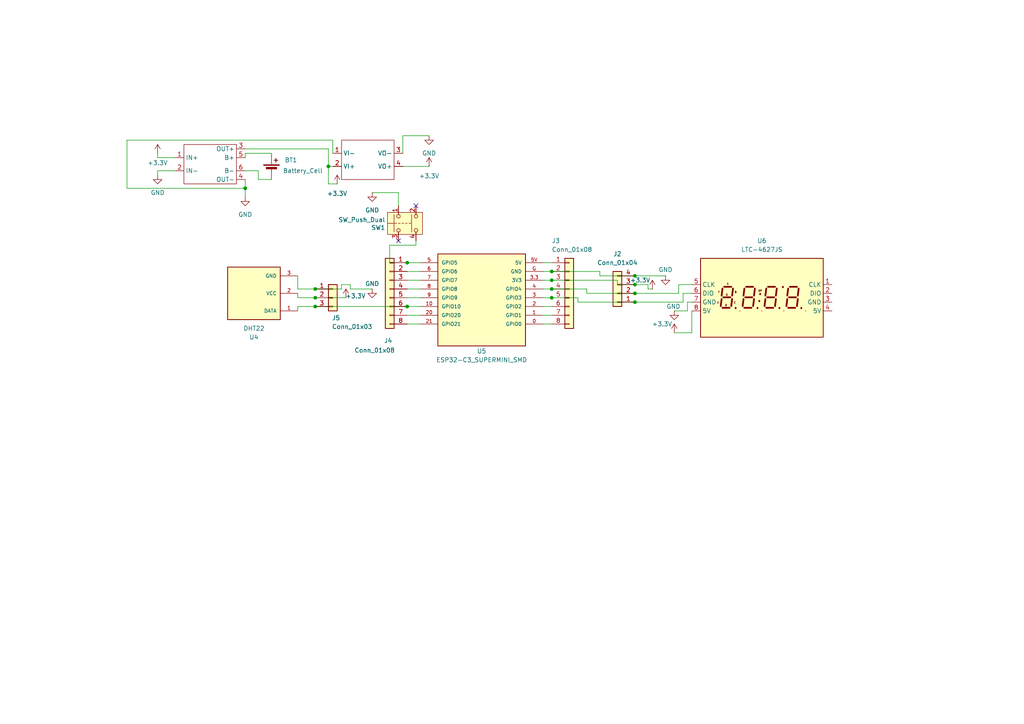
<source format=kicad_sch>
(kicad_sch (version 20250114) (generator "eeschema") (generator_version "9.0")
  (paper "A4")
  (lib_symbols
    (symbol "Connector_Generic:Conn_01x03" (pin_names (offset 1.016) (hide yes))
      (property "Reference" "J" (at 0 5.08 0))
      (property "Value" "Conn_01x03" (at 0 -5.08 0))
      (symbol "Conn_01x03_1_1"
        (rectangle (start -1.27 3.81) (end 1.27 -3.81) (stroke (width 0.254)) (fill (type background)))
        (rectangle (start -1.27 2.667) (end 0 2.413) (stroke (width 0.1524)))
        (rectangle (start -1.27 0.127) (end 0 -0.127) (stroke (width 0.1524)))
        (rectangle (start -1.27 -2.413) (end 0 -2.667) (stroke (width 0.1524)))
        (pin passive line (at -5.08 2.54 0) (length 3.81) (name "Pin_1") (number "1"))
        (pin passive line (at -5.08 0 0) (length 3.81) (name "Pin_2") (number "2"))
        (pin passive line (at -5.08 -2.54 0) (length 3.81) (name "Pin_3") (number "3"))
      )
    )
    (symbol "Connector_Generic:Conn_01x04" (pin_names (offset 1.016) (hide yes))
      (property "Reference" "J" (at 0 5.08 0))
      (property "Value" "Conn_01x04" (at 0 -7.62 0))
      (symbol "Conn_01x04_1_1"
        (rectangle (start -1.27 3.81) (end 1.27 -6.35) (stroke (width 0.254)) (fill (type background)))
        (rectangle (start -1.27 2.667) (end 0 2.413) (stroke (width 0.1524)))
        (rectangle (start -1.27 0.127) (end 0 -0.127) (stroke (width 0.1524)))
        (rectangle (start -1.27 -2.413) (end 0 -2.667) (stroke (width 0.1524)))
        (rectangle (start -1.27 -4.953) (end 0 -5.207) (stroke (width 0.1524)))
        (pin passive line (at -5.08 2.54 0) (length 3.81) (name "Pin_1") (number "1"))
        (pin passive line (at -5.08 0 0) (length 3.81) (name "Pin_2") (number "2"))
        (pin passive line (at -5.08 -2.54 0) (length 3.81) (name "Pin_3") (number "3"))
        (pin passive line (at -5.08 -5.08 0) (length 3.81) (name "Pin_4") (number "4"))
      )
    )
    (symbol "Connector_Generic:Conn_01x08" (pin_names (offset 1.016) (hide yes))
      (property "Reference" "J" (at 0 10.16 0))
      (property "Value" "Conn_01x08" (at 0 -12.7 0))
      (symbol "Conn_01x08_1_1"
        (rectangle (start -1.27 8.89) (end 1.27 -11.43) (stroke (width 0.254)) (fill (type background)))
        (rectangle (start -1.27 7.747) (end 0 7.493) (stroke (width 0.1524)))
        (rectangle (start -1.27 5.207) (end 0 4.953) (stroke (width 0.1524)))
        (rectangle (start -1.27 2.667) (end 0 2.413) (stroke (width 0.1524)))
        (rectangle (start -1.27 0.127) (end 0 -0.127) (stroke (width 0.1524)))
        (rectangle (start -1.27 -2.413) (end 0 -2.667) (stroke (width 0.1524)))
        (rectangle (start -1.27 -4.953) (end 0 -5.207) (stroke (width 0.1524)))
        (rectangle (start -1.27 -7.493) (end 0 -7.747) (stroke (width 0.1524)))
        (rectangle (start -1.27 -10.033) (end 0 -10.287) (stroke (width 0.1524)))
        (pin passive line (at -5.08 7.62 0) (length 3.81) (name "Pin_1") (number "1"))
        (pin passive line (at -5.08 5.08 0) (length 3.81) (name "Pin_2") (number "2"))
        (pin passive line (at -5.08 2.54 0) (length 3.81) (name "Pin_3") (number "3"))
        (pin passive line (at -5.08 0 0) (length 3.81) (name "Pin_4") (number "4"))
        (pin passive line (at -5.08 -2.54 0) (length 3.81) (name "Pin_5") (number "5"))
        (pin passive line (at -5.08 -5.08 0) (length 3.81) (name "Pin_6") (number "6"))
        (pin passive line (at -5.08 -7.62 0) (length 3.81) (name "Pin_7") (number "7"))
        (pin passive line (at -5.08 -10.16 0) (length 3.81) (name "Pin_8") (number "8"))
      )
    )
    (symbol "DHT22:DHT22" (pin_names (offset 1.016))
      (property "Reference" "U2" (at 0 12.7 0))
      (property "Value" "DHT22" (at 0 10.16 0))
      (symbol "DHT22_0_0"
        (rectangle (start -7.62 7.62) (end 7.62 -7.62) (stroke (width 0.254)) (fill (type background)))
      )
      (symbol "DHT22_1_0"
        (pin output line (at 12.7 5.08 180) (length 5.08) (name "DATA") (number "1"))
        (pin power_in line (at 12.7 0 180) (length 5.08) (name "VCC") (number "2"))
        (pin power_in line (at 12.7 -5.08 180) (length 5.08) (name "GND") (number "3"))
      )
    )
    (symbol "Device:Battery_Cell" (pin_numbers (hide yes)) (pin_names (offset 0) (hide yes))
      (property "Reference" "BT" (at 2.54 2.54 0))
      (property "Value" "Battery_Cell" (at 2.54 0 0))
      (symbol "Battery_Cell_0_1"
        (rectangle (start -2.286 1.778) (end 2.286 1.524) (fill (type outline)))
        (rectangle (start -1.524 1.016) (end 1.524 0.508) (fill (type outline)))
        (polyline (pts (xy 0 1.778) (xy 0 2.54)))
        (polyline (pts (xy 0 0.762) (xy 0 0)))
        (polyline (pts (xy 0.762 3.048) (xy 1.778 3.048)) (stroke (width 0.254)))
        (polyline (pts (xy 1.27 3.556) (xy 1.27 2.54)) (stroke (width 0.254)))
      )
      (symbol "Battery_Cell_1_1"
        (pin passive line (at 0 5.08 270) (length 2.54) (name "+") (number "1"))
        (pin passive line (at 0 -2.54 90) (length 2.54) (name "-") (number "2"))
      )
    )
    (symbol "Display_Character:LTC-4627JS"
      (property "Reference" "U3" (at 0 16.51 0))
      (property "Value" "LTC-4627JS" (at 0 13.97 0))
      (symbol "LTC-4627JS_0_1"
        (rectangle (start -17.78 11.43) (end 17.78 -11.43) (stroke (width 0.254)) (fill (type background)))
        (rectangle (start -6.35 -3.81) (end -6.35 -3.81) (stroke (width 0.254)))
        (polyline (pts (xy -6.35 -3.81) (xy -6.35 -3.81)) (stroke (width 0.254)))
        (polyline (pts (xy 0 -3.81) (xy 0 -3.81)) (stroke (width 0.254)))
        (rectangle (start 0 -3.81) (end 0 -3.81) (stroke (width 0.254)))
        (polyline (pts (xy 6.35 -3.81) (xy 6.35 -3.81)) (stroke (width 0.254)))
        (rectangle (start 6.35 -3.81) (end 6.35 -3.81) (stroke (width 0.254)))
        (polyline (pts (xy 12.7 -3.81) (xy 12.7 -3.81)) (stroke (width 0.254)))
        (rectangle (start 12.7 -3.81) (end 12.7 -3.81) (stroke (width 0.254)))
      )
      (symbol "LTC-4627JS_1_0"
        (text "E" (at -12.7 -1.397 0) (effects (font (size 0.508 0.508))))
        (text "F" (at -12.446 1.651 0) (effects (font (size 0.508 0.508))))
        (text "D" (at -10.414 -2.159 0) (effects (font (size 0.508 0.508))))
        (text "G" (at -10.16 0.889 0) (effects (font (size 0.508 0.508))))
        (text "A" (at -9.906 4.064 0) (effects (font (size 0.508 0.508))))
        (text "C" (at -7.874 -1.397 0) (effects (font (size 0.508 0.508))))
        (text "B" (at -7.62 1.651 0) (effects (font (size 0.508 0.508))))
        (text "DP" (at -0.508 2.032 0) (effects (font (size 0.508 0.508))))
      )
      (symbol "LTC-4627JS_1_1"
        (polyline (pts (xy -11.684 -0.381) (xy -11.938 -2.413)) (stroke (width 0.508)))
        (polyline (pts (xy -11.43 2.667) (xy -11.684 0.635)) (stroke (width 0.508)))
        (polyline (pts (xy -11.43 -2.921) (xy -9.398 -2.921)) (stroke (width 0.508)))
        (polyline (pts (xy -11.176 0.127) (xy -9.144 0.127)) (stroke (width 0.508)))
        (polyline (pts (xy -10.922 3.175) (xy -8.89 3.175)) (stroke (width 0.508)))
        (polyline (pts (xy -8.636 -0.381) (xy -8.89 -2.413)) (stroke (width 0.508)))
        (polyline (pts (xy -8.382 2.667) (xy -8.636 0.635)) (stroke (width 0.508)))
        (polyline (pts (xy -7.62 -3.048) (xy -7.62 -2.921)) (stroke (width 0.508)))
        (polyline (pts (xy -5.334 -0.381) (xy -5.588 -2.413)) (stroke (width 0.508)))
        (polyline (pts (xy -5.08 2.667) (xy -5.334 0.635)) (stroke (width 0.508)))
        (polyline (pts (xy -5.08 -2.921) (xy -3.048 -2.921)) (stroke (width 0.508)))
        (polyline (pts (xy -4.826 0.127) (xy -2.794 0.127)) (stroke (width 0.508)))
        (polyline (pts (xy -4.572 3.175) (xy -2.54 3.175)) (stroke (width 0.508)))
        (polyline (pts (xy -2.286 -0.381) (xy -2.54 -2.413)) (stroke (width 0.508)))
        (polyline (pts (xy -2.032 2.667) (xy -2.286 0.635)) (stroke (width 0.508)))
        (polyline (pts (xy -1.27 -3.048) (xy -1.27 -2.921)) (stroke (width 0.508)))
        (polyline (pts (xy -0.762 -1.016) (xy -0.762 -0.889)) (stroke (width 0.508)))
        (polyline (pts (xy -0.508 1.016) (xy -0.508 1.143)) (stroke (width 0.508)))
        (polyline (pts (xy 1.016 -0.381) (xy 0.762 -2.413)) (stroke (width 0.508)))
        (polyline (pts (xy 1.27 2.667) (xy 1.016 0.635)) (stroke (width 0.508)))
        (polyline (pts (xy 1.27 -2.921) (xy 3.302 -2.921)) (stroke (width 0.508)))
        (polyline (pts (xy 1.524 0.127) (xy 3.556 0.127)) (stroke (width 0.508)))
        (polyline (pts (xy 1.778 3.175) (xy 3.81 3.175)) (stroke (width 0.508)))
        (polyline (pts (xy 4.064 -0.381) (xy 3.81 -2.413)) (stroke (width 0.508)))
        (polyline (pts (xy 4.318 2.667) (xy 4.064 0.635)) (stroke (width 0.508)))
        (polyline (pts (xy 5.08 -3.048) (xy 5.08 -2.921)) (stroke (width 0.508)))
        (polyline (pts (xy 6.096 3.048) (xy 6.096 3.175)) (stroke (width 0.508)))
        (polyline (pts (xy 7.366 -0.381) (xy 7.112 -2.413)) (stroke (width 0.508)))
        (polyline (pts (xy 7.62 2.667) (xy 7.366 0.635)) (stroke (width 0.508)))
        (polyline (pts (xy 7.62 -2.921) (xy 9.652 -2.921)) (stroke (width 0.508)))
        (polyline (pts (xy 7.874 0.127) (xy 9.906 0.127)) (stroke (width 0.508)))
        (polyline (pts (xy 8.128 3.175) (xy 10.16 3.175)) (stroke (width 0.508)))
        (polyline (pts (xy 10.414 -0.381) (xy 10.16 -2.413)) (stroke (width 0.508)))
        (polyline (pts (xy 10.668 2.667) (xy 10.414 0.635)) (stroke (width 0.508)))
        (polyline (pts (xy 11.43 -3.048) (xy 11.43 -2.921)) (stroke (width 0.508)))
        (pin output line (at -20.32 3.81 0) (length 2.54) (name "CLK") (number "5"))
        (pin output line (at -20.32 1.27 0) (length 2.54) (name "DIO") (number "6"))
        (pin power_in line (at -20.32 -1.27 0) (length 2.54) (name "GND") (number "7"))
        (pin power_in line (at -20.32 -3.81 0) (length 2.54) (name "5V") (number "8"))
        (pin output line (at 20.32 3.81 180) (length 2.54) (name "CLK") (number "1"))
        (pin output line (at 20.32 1.27 180) (length 2.54) (name "DIO") (number "2"))
        (pin power_in line (at 20.32 -1.27 180) (length 2.54) (name "GND") (number "3"))
        (pin power_in line (at 20.32 -3.81 180) (length 2.54) (name "5V") (number "4"))
      )
    )
    (symbol "ESP32-C3_SUPERMINI_SMD:ESP32-C3_SUPERMINI_SMD" (pin_names (offset 1.016))
      (property "Reference" "U1" (at 0 20.32 0))
      (property "Value" "ESP32-C3_SUPERMINI_SMD" (at 0 17.78 0))
      (symbol "ESP32-C3_SUPERMINI_SMD_0_0"
        (rectangle (start -12.7 15.24) (end 12.7 -11.43) (stroke (width 0.254)) (fill (type background)))
        (pin bidirectional line (at -17.78 12.7 0) (length 5.08) (name "GPIO5") (number "5"))
        (pin bidirectional line (at -17.78 10.16 0) (length 5.08) (name "GPIO6") (number "6"))
        (pin bidirectional line (at -17.78 7.62 0) (length 5.08) (name "GPIO7") (number "7"))
        (pin bidirectional line (at -17.78 5.08 0) (length 5.08) (name "GPIO8") (number "8"))
        (pin bidirectional line (at -17.78 2.54 0) (length 5.08) (name "GPIO9") (number "9"))
        (pin bidirectional line (at -17.78 0 0) (length 5.08) (name "GPIO10") (number "10"))
        (pin bidirectional line (at -17.78 -2.54 0) (length 5.08) (name "GPIO20") (number "20"))
        (pin bidirectional line (at -17.78 -5.08 0) (length 5.08) (name "GPIO21") (number "21"))
        (pin power_in line (at 17.78 12.7 180) (length 5.08) (name "5V") (number "5V"))
        (pin power_in line (at 17.78 10.16 180) (length 5.08) (name "GND") (number "G"))
        (pin power_in line (at 17.78 7.62 180) (length 5.08) (name "3V3") (number "3.3"))
        (pin bidirectional line (at 17.78 5.08 180) (length 5.08) (name "GPIO4") (number "4"))
        (pin bidirectional line (at 17.78 2.54 180) (length 5.08) (name "GPIO3") (number "3"))
        (pin bidirectional line (at 17.78 0 180) (length 5.08) (name "GPIO2") (number "2"))
        (pin bidirectional line (at 17.78 -2.54 180) (length 5.08) (name "GPIO1") (number "1"))
        (pin bidirectional line (at 17.78 -5.08 180) (length 5.08) (name "GPIO0") (number "0"))
      )
    )
    (symbol "SW_Push_Dual_1" (pin_names (offset 1.016) (hide yes))
      (property "Reference" "SW1" (at -1.2701 6.35 90))
      (property "Value" "SW_Push_Dual" (at 1.016 6.35 90))
      (symbol "SW_Push_Dual_1_0_1"
        (circle (center -2.032 2.54) (radius 0.508))
        (circle (center -2.032 -2.54) (radius 0.508))
        (polyline (pts (xy 0 3.81) (xy 0 5.588)))
        (polyline (pts (xy 0 3.048) (xy 0 3.556)))
        (polyline (pts (xy 0 2.032) (xy 0 2.54)))
        (polyline (pts (xy 0 1.016) (xy 0 1.524)))
        (polyline (pts (xy 0 0.508) (xy 0 0)))
        (polyline (pts (xy 0 -0.508) (xy 0 -1.016)))
        (circle (center 2.032 2.54) (radius 0.508))
        (circle (center 2.032 -2.54) (radius 0.508))
        (polyline (pts (xy 2.54 3.81) (xy -2.54 3.81)))
        (polyline (pts (xy 2.54 -1.27) (xy -2.54 -1.27)))
      )
      (symbol "SW_Push_Dual_1_1_1"
        (rectangle (start -3.175 5.715) (end 3.175 -4.445) (fill (type background)))
        (pin passive line (at -5.08 2.54 0) (length 2.54) (name "3") (number "3"))
        (pin passive line (at -5.08 -2.54 0) (length 2.54) (name "4") (number "4"))
        (pin passive line (at 5.08 2.54 180) (length 2.54) (name "1") (number "1"))
        (pin passive line (at 5.08 -2.54 180) (length 2.54) (name "2") (number "2"))
      )
    )
    (symbol "Switch:SW_Push_Dual" (pin_names (offset 1.016) (hide yes))
      (property "Reference" "SW2" (at -1.2701 6.35 90))
      (property "Value" "SW_Push_Dual" (at 1.016 6.35 90))
      (symbol "SW_Push_Dual_0_1"
        (circle (center -2.032 2.54) (radius 0.508))
        (circle (center -2.032 -2.54) (radius 0.508))
        (polyline (pts (xy 0 3.81) (xy 0 5.588)))
        (polyline (pts (xy 0 3.048) (xy 0 3.556)))
        (polyline (pts (xy 0 2.032) (xy 0 2.54)))
        (polyline (pts (xy 0 1.016) (xy 0 1.524)))
        (polyline (pts (xy 0 0.508) (xy 0 0)))
        (polyline (pts (xy 0 -0.508) (xy 0 -1.016)))
        (circle (center 2.032 2.54) (radius 0.508))
        (circle (center 2.032 -2.54) (radius 0.508))
        (polyline (pts (xy 2.54 3.81) (xy -2.54 3.81)))
        (polyline (pts (xy 2.54 -1.27) (xy -2.54 -1.27)))
        (pin passive line (at -5.08 2.54 0) (length 2.54) (name "1") (number "1"))
      )
      (symbol "SW_Push_Dual_1_1"
        (rectangle (start -3.175 5.715) (end 3.175 -4.445) (fill (type background)))
        (pin passive line (at -5.08 -2.54 0) (length 2.54) (name "2") (number "2"))
        (pin passive line (at 5.08 2.54 180) (length 2.54) (name "3") (number "3"))
        (pin passive line (at 5.08 -2.54 180) (length 2.54) (name "4") (number "4"))
      )
    )
    (symbol "TP4056_Module_1"
      (symbol "TP4056_Module_1_0_1"
        (rectangle (start 0 0) (end 15.24 -11.43))
      )
      (symbol "TP4056_Module_1_1_1"
        (pin input line (at -2.54 -3.81 0) (length 2.54) (name "IN+") (number "1"))
        (pin input line (at -2.54 -7.62 0) (length 2.54) (name "IN-") (number "2"))
        (pin output line (at 17.78 -1.27 180) (length 2.54) (name "OUT+") (number "3"))
        (pin output line (at 17.78 -3.81 180) (length 2.54) (name "B+") (number "5"))
        (pin output line (at 17.78 -7.62 180) (length 2.54) (name "B-") (number "6"))
        (pin output line (at 17.78 -10.16 180) (length 2.54) (name "OUT-") (number "4"))
      )
    )
    (symbol "Voltage_Regulator_3.3V_1"
      (symbol "Voltage_Regulator_3.3V_1_0_1"
        (rectangle (start 0 0) (end 15.24 -11.43))
      )
      (symbol "Voltage_Regulator_3.3V_1_1_1"
        (pin input line (at -2.54 -3.81 0) (length 2.54) (name "VI-") (number "1"))
        (pin input line (at -2.54 -7.62 0) (length 2.54) (name "VI+") (number "2"))
        (pin output line (at 17.78 -3.81 180) (length 2.54) (name "VO-") (number "3"))
        (pin output line (at 17.78 -7.62 180) (length 2.54) (name "VO+") (number "4"))
      )
    )
    (symbol "power:+3.3V" (power) (pin_numbers (hide yes)) (pin_names (offset 0) (hide yes))
      (property "Value" "+3.3V" (at 0 3.556 0))
      (symbol "+3.3V_0_1"
        (polyline (pts (xy -0.762 1.27) (xy 0 2.54)))
        (polyline (pts (xy 0 2.54) (xy 0.762 1.27)))
        (polyline (pts (xy 0 0) (xy 0 2.54)))
      )
      (symbol "+3.3V_1_1"
        (pin power_in line (at 0 0 90) (length 0) (name "~") (number "1"))
      )
    )
    (symbol "power:GND" (power) (pin_numbers (hide yes)) (pin_names (offset 0) (hide yes))
      (property "Value" "GND" (at 0 -3.81 0))
      (symbol "GND_0_1"
        (polyline (pts (xy 0 0) (xy 0 -1.27) (xy 1.27 -1.27) (xy 0 -2.54) (xy -1.27 -1.27) (xy 0 -1.27)))
      )
      (symbol "GND_1_1"
        (pin power_in line (at 0 0 270) (length 0) (name "~") (number "1"))
      )
    )
  )
  (junction (at 118.11 76.2))
  (junction (at 160.02 81.28))
  (junction (at 184.15 87.63))
  (junction (at 71.12 54.61))
  (junction (at 184.15 80.01))
  (junction (at 91.44 83.82))
  (junction (at 184.15 85.09))
  (junction (at 184.15 82.55))
  (junction (at 160.02 86.36))
  (junction (at 118.11 88.9))
  (junction (at 91.44 88.9))
  (junction (at 91.44 86.36))
  (junction (at 160.02 83.82))
  (junction (at 95.25 48.26))
  (junction (at 160.02 78.74))
  (no_connect (at 120.65 59.69))
  (no_connect (at -156.21 17.78))
  (no_connect (at -191.77 10.16))
  (no_connect (at -191.77 12.7))
  (no_connect (at -191.77 5.08))
  (no_connect (at 115.57 69.85))
  (no_connect (at -120.65 5.08))
  (no_connect (at -194.31 49.53))
  (no_connect (at -191.77 22.86))
  (no_connect (at -194.31 41.91))
  (no_connect (at -194.31 44.45))
  (no_connect (at -120.65 15.24))
  (no_connect (at -156.21 12.7))
  (no_connect (at -191.77 20.32))
  (no_connect (at -191.77 15.24))
  (no_connect (at -156.21 5.08))
  (no_connect (at -194.31 46.99))
  (no_connect (at -191.77 7.62))
  (wire (pts (xy -151.13 44.45) (xy -153.67 44.45)))
  (wire (pts (xy -142.24 6.35) (xy -142.24 7.62)))
  (wire (pts (xy 118.11 93.98) (xy 121.92 93.98)))
  (wire (pts (xy 101.6 82.55) (xy 101.6 83.82)))
  (wire (pts (xy 115.57 59.69) (xy 115.57 55.88)))
  (wire (pts (xy 200.66 96.52) (xy 195.58 96.52)))
  (wire (pts (xy 157.48 83.82) (xy 160.02 83.82)))
  (wire (pts (xy -153.67 50.8) (xy -142.24 50.8)))
  (wire (pts (xy -204.47 12.7) (xy -196.85 12.7)))
  (wire (pts (xy 196.85 82.55) (xy 200.66 82.55)))
  (wire (pts (xy 167.64 87.63) (xy 167.64 86.36)))
  (wire (pts (xy 170.18 85.09) (xy 184.15 85.09)))
  (wire (pts (xy -156.21 6.35) (xy -156.21 7.62)))
  (wire (pts (xy -142.24 50.8) (xy -142.24 49.53)))
  (wire (pts (xy 99.06 82.55) (xy 101.6 82.55)))
  (wire (pts (xy 157.48 91.44) (xy 160.02 91.44)))
  (wire (pts (xy 199.39 87.63) (xy 200.66 87.63)))
  (wire (pts (xy -156.21 20.32) (xy -151.13 20.32)))
  (wire (pts (xy 71.12 54.61) (xy 71.12 57.15)))
  (wire (pts (xy -151.13 20.32) (xy -151.13 44.45)))
  (wire (pts (xy -137.16 7.62) (xy -137.16 5.08)))
  (wire (pts (xy 95.25 53.34) (xy 97.79 53.34)))
  (wire (pts (xy 91.44 83.82) (xy 99.06 83.82)))
  (wire (pts (xy 71.12 43.18) (xy 95.25 43.18)))
  (wire (pts (xy 199.39 90.17) (xy 199.39 87.63)))
  (wire (pts (xy 101.6 83.82) (xy 107.95 83.82)))
  (wire (pts (xy 91.44 88.9) (xy 118.11 88.9)))
  (wire (pts (xy -198.12 7.62) (xy -204.47 7.62)))
  (wire (pts (xy 167.64 87.63) (xy 184.15 87.63)))
  (wire (pts (xy 160.02 81.28) (xy 179.07 81.28)))
  (wire (pts (xy 157.48 78.74) (xy 160.02 78.74)))
  (wire (pts (xy 95.25 48.26) (xy 95.25 53.34)))
  (wire (pts (xy 36.83 54.61) (xy 71.12 54.61)))
  (wire (pts (xy 115.57 55.88) (xy 107.95 55.88)))
  (wire (pts (xy 157.48 86.36) (xy 160.02 86.36)))
  (wire (pts (xy 157.48 93.98) (xy 160.02 93.98)))
  (wire (pts (xy 86.36 86.36) (xy 91.44 86.36)))
  (wire (pts (xy 86.36 83.82) (xy 91.44 83.82)))
  (wire (pts (xy 157.48 76.2) (xy 160.02 76.2)))
  (wire (pts (xy 170.18 83.82) (xy 160.02 83.82)))
  (wire (pts (xy 71.12 44.45) (xy 71.12 45.72)))
  (wire (pts (xy 184.15 87.63) (xy 198.12 87.63)))
  (wire (pts (xy 118.11 78.74) (xy 121.92 78.74)))
  (wire (pts (xy 78.74 44.45) (xy 71.12 44.45)))
  (wire (pts (xy 86.36 86.36) (xy 86.36 85.09)))
  (wire (pts (xy 170.18 85.09) (xy 170.18 83.82)))
  (wire (pts (xy 187.96 82.55) (xy 184.15 82.55)))
  (wire (pts (xy 118.11 83.82) (xy 121.92 83.82)))
  (wire (pts (xy 118.11 88.9) (xy 121.92 88.9)))
  (wire (pts (xy 118.11 81.28) (xy 121.92 81.28)))
  (wire (pts (xy 71.12 49.53) (xy 74.93 49.53)))
  (wire (pts (xy 86.36 88.9) (xy 91.44 88.9)))
  (wire (pts (xy 120.65 71.12) (xy 120.65 69.85)))
  (wire (pts (xy 198.12 85.09) (xy 200.66 85.09)))
  (wire (pts (xy 179.07 81.28) (xy 179.07 82.55)))
  (wire (pts (xy 187.96 83.82) (xy 189.23 83.82)))
  (wire (pts (xy 157.48 88.9) (xy 160.02 88.9)))
  (wire (pts (xy 86.36 80.01) (xy 86.36 83.82)))
  (wire (pts (xy -137.16 5.08) (xy -125.73 5.08)))
  (wire (pts (xy 118.11 76.2) (xy 121.92 76.2)))
  (wire (pts (xy 113.03 76.2) (xy 118.11 76.2)))
  (wire (pts (xy 200.66 90.17) (xy 200.66 96.52)))
  (wire (pts (xy 116.84 39.37) (xy 124.46 39.37)))
  (wire (pts (xy 71.12 52.07) (xy 71.12 54.61)))
  (wire (pts (xy 45.72 49.53) (xy 45.72 50.8)))
  (wire (pts (xy -153.67 22.86) (xy -153.67 41.91)))
  (wire (pts (xy 184.15 80.01) (xy 193.04 80.01)))
  (wire (pts (xy 118.11 91.44) (xy 121.92 91.44)))
  (wire (pts (xy 113.03 71.12) (xy 120.65 71.12)))
  (wire (pts (xy 45.72 45.72) (xy 45.72 44.45)))
  (wire (pts (xy 196.85 85.09) (xy 196.85 82.55)))
  (wire (pts (xy 78.74 52.07) (xy 74.93 52.07)))
  (wire (pts (xy 116.84 48.26) (xy 124.46 48.26)))
  (wire (pts (xy -153.67 46.99) (xy -147.32 46.99)))
  (wire (pts (xy -156.21 22.86) (xy -153.67 22.86)))
  (wire (pts (xy 50.8 45.72) (xy 45.72 45.72)))
  (wire (pts (xy 195.58 90.17) (xy 199.39 90.17)))
  (wire (pts (xy 198.12 87.63) (xy 198.12 85.09)))
  (wire (pts (xy -156.21 10.16) (xy -151.13 10.16)))
  (wire (pts (xy -156.21 15.24) (xy -125.73 15.24)))
  (wire (pts (xy 96.52 40.64) (xy 36.83 40.64)))
  (wire (pts (xy 95.25 43.18) (xy 95.25 48.26)))
  (wire (pts (xy 91.44 86.36) (xy 100.33 86.36)))
  (wire (pts (xy -142.24 6.35) (xy -156.21 6.35)))
  (wire (pts (xy 179.07 82.55) (xy 184.15 82.55)))
  (wire (pts (xy 187.96 83.82) (xy 187.96 82.55)))
  (wire (pts (xy 96.52 44.45) (xy 96.52 40.64)))
  (wire (pts (xy 157.48 81.28) (xy 160.02 81.28)))
  (wire (pts (xy 116.84 44.45) (xy 116.84 39.37)))
  (wire (pts (xy 74.93 52.07) (xy 74.93 49.53)))
  (wire (pts (xy 95.25 48.26) (xy 96.52 48.26)))
  (wire (pts (xy -153.67 50.8) (xy -153.67 49.53)))
  (wire (pts (xy 173.99 78.74) (xy 173.99 80.01)))
  (wire (pts (xy 99.06 83.82) (xy 99.06 82.55)))
  (wire (pts (xy 36.83 40.64) (xy 36.83 54.61)))
  (wire (pts (xy 160.02 78.74) (xy 173.99 78.74)))
  (wire (pts (xy 118.11 86.36) (xy 121.92 86.36)))
  (wire (pts (xy 86.36 88.9) (xy 86.36 90.17)))
  (wire (pts (xy 184.15 85.09) (xy 196.85 85.09)))
  (wire (pts (xy 50.8 49.53) (xy 45.72 49.53)))
  (wire (pts (xy 167.64 86.36) (xy 160.02 86.36)))
  (wire (pts (xy -204.47 17.78) (xy -191.77 17.78)))
  (wire (pts (xy 113.03 71.12) (xy 113.03 76.2)))
  (wire (pts (xy 173.99 80.01) (xy 184.15 80.01)))
  (symbol (lib_id "power:GND") (at 195.58 90.17 0) (unit 1)
    (property "Reference" "#PWR011" (effects (hide yes)))
    (property "Value" "GND" (at 195.326 88.9 0))
    (property "Description" "Power symbol creates a global label with name \"GND\" , ground" (effects (hide yes)))
  )
  (symbol (lib_id "power:GND") (at 107.95 55.88 0) (unit 1)
    (property "Reference" "#PWR016" (effects (hide yes)))
    (property "Value" "GND" (at 107.95 60.96 0))
    (property "Description" "Power symbol creates a global label with name \"GND\" , ground" (effects (hide yes)))
  )
  (symbol (lib_id "power:+3.3V") (at 195.58 96.52 0) (unit 1)
    (property "Reference" "#PWR010" (effects (hide yes)))
    (property "Value" "+3.3V" (at 192.024 93.98 0))
    (property "Description" "Power symbol creates a global label with name \"+3.3V\"" (effects (hide yes)))
  )
  (symbol (lib_id "power:+3.3V") (at -151.13 10.16 0) (unit 1) (on_board no)
    (property "Reference" "#PWR06" (effects (hide yes)))
    (property "Value" "+3.3V" (at -148.336 10.16 0))
    (property "Description" "Power symbol creates a global label with name \"+3.3V\"" (effects (hide yes)))
  )
  (symbol (lib_id "power:GND") (at 45.72 50.8 0) (unit 1)
    (property "Reference" "#PWR020" (effects (hide yes)))
    (property "Value" "GND" (at 45.72 55.88 0))
    (property "Description" "Power symbol creates a global label with name \"GND\" , ground" (effects (hide yes)))
  )
  (symbol (lib_id "Connector_Generic:Conn_01x04") (at -132.08 24.13 0) (unit 1) (on_board no)
    (property "Reference" "J1" (at -129.54 24.1299 0) (effects (justify left)))
    (property "Value" "Conn_01x04" (at -129.54 26.6699 0) (effects (justify left)))
    (property "Footprint" "Connector_PinSocket_1.00mm:PinSocket_1x04_P1.00mm_Vertical" (effects (hide yes)))
    (property "Description" "Generic connector, single row, 01x04, script generated (kicad-library-utils/schlib/autogen/connector/)" (effects (hide yes)))
  )
  (symbol (lib_id "Connector_Generic:Conn_01x08") (at 165.1 83.82 0) (unit 1)
    (property "Reference" "J3" (at 160.02 69.85 0) (effects (justify left)))
    (property "Value" "Conn_01x08" (at 160.02 72.39 0) (effects (justify left)))
    (property "Footprint" "Connector_PinSocket_2.54mm:PinSocket_1x08_P2.54mm_Vertical" (effects (hide yes)))
    (property "Description" "Generic connector, single row, 01x08, script generated (kicad-library-utils/schlib/autogen/connector/)" (effects (hide yes)))
  )
  (symbol (lib_name "SW_Push_Dual_1") (lib_id "Switch:SW_Push_Dual") (at 118.11 64.77 90) (unit 1) (on_board no)
    (property "Reference" "SW1" (at 111.76 66.0401 90) (effects (justify left)))
    (property "Value" "SW_Push_Dual" (at 111.76 63.754 90) (effects (justify left)))
    (property "Footprint" "Button_Switch_THT:SW_SPST_Omron_B3F-50xx" (effects (hide yes)))
    (property "Description" "Push button switch, generic, symbol, four pins" (effects (hide yes)))
  )
  (symbol (lib_id "ESP32-C3_SUPERMINI_SMD:ESP32-C3_SUPERMINI_SMD") (at 139.7 88.9 0) (unit 1) (on_board no)
    (property "Reference" "U5" (at 139.7 101.854 0))
    (property "Value" "ESP32-C3_SUPERMINI_SMD" (at 139.7 104.394 0))
    (property "Footprint" "ESP32-C3_SUPERMINI_SMD:MODULE_ESP32-C3_SUPERMINI" (effects (hide yes)))
    (property "MF" "Espressif Systems" (effects (hide yes)))
    (property "MAXIMUM_PACKAGE_HEIGHT" "4.2mm" (effects (hide yes)))
    (property "Package" "None" (effects (hide yes)))
    (property "Price" "None" (effects (hide yes)))
    (property "Check_prices" "https://www.snapeda.com/parts/ESP32-C3%20SuperMini_SMD/Espressif+Systems/view-part/?ref=eda" (effects (hide yes)))
    (property "STANDARD" "Manufacturer Recommendations" (effects (hide yes)))
    (property "SnapEDA_Link" "https://www.snapeda.com/parts/ESP32-C3%20SuperMini_SMD/Espressif+Systems/view-part/?ref=snap" (effects (hide yes)))
    (property "MP" "ESP32-C3 SuperMini_SMD" (effects (hide yes)))
    (property "Description_1" "Super tiny ESP32-C3 board" (effects (hide yes)))
    (property "Availability" "Not in stock" (effects (hide yes)))
    (property "MANUFACTURER" "Espressif" (effects (hide yes)))
  )
  (symbol (lib_id "power:+3.3V") (at -142.24 49.53 0) (unit 1) (on_board no)
    (property "Reference" "#PWR05" (effects (hide yes)))
    (property "Value" "+3.3V" (at -142.24 44.45 0))
    (property "Description" "Power symbol creates a global label with name \"+3.3V\"" (effects (hide yes)))
  )
  (symbol (lib_id "power:GND") (at 124.46 39.37 0) (unit 1)
    (property "Reference" "#PWR012" (effects (hide yes)))
    (property "Value" "GND" (at 124.46 44.45 0))
    (property "Description" "Power symbol creates a global label with name \"GND\" , ground" (effects (hide yes)))
  )
  (symbol (lib_id "power:+3.3V") (at 45.72 44.45 0) (unit 1)
    (property "Reference" "#PWR019" (effects (hide yes)))
    (property "Value" "+3.3V" (at 45.72 47.244 0))
    (property "Description" "Power symbol creates a global label with name \"+3.3V\"" (effects (hide yes)))
  )
  (symbol (lib_id "power:+3.3V") (at -196.85 12.7 0) (unit 1) (on_board no)
    (property "Reference" "#PWR07" (effects (hide yes)))
    (property "Value" "+3.3V" (at -196.85 14.478 0))
    (property "Description" "Power symbol creates a global label with name \"+3.3V\"" (effects (hide yes)))
  )
  (symbol (lib_id "Display_Character:LTC-4627JS") (at -173.99 45.72 0) (unit 1) (on_board no)
    (property "Reference" "U3" (at -173.99 29.21 0))
    (property "Value" "LTC-4627JS" (at -173.99 31.75 0))
    (property "Footprint" "Display_7Segment:LTC-4627Jx" (effects (hide yes)))
    (property "Description" "4 digit 7 segment yellow, common anode" (effects (hide yes)))
  )
  (symbol (lib_id "power:GND") (at 193.04 80.01 0) (unit 1)
    (property "Reference" "#PWR014" (effects (hide yes)))
    (property "Value" "GND" (at 193.04 78.232 0))
    (property "Description" "Power symbol creates a global label with name \"GND\" , ground" (effects (hide yes)))
  )
  (symbol (lib_id "Connector_Generic:Conn_01x03") (at 96.52 86.36 0) (unit 1)
    (property "Reference" "J5" (at 96.266 92.202 0) (effects (justify left)))
    (property "Value" "Conn_01x03" (at 96.266 94.742 0) (effects (justify left)))
    (property "Footprint" "Connector_PinSocket_2.54mm:PinSocket_1x03_P2.54mm_Vertical" (effects (hide yes)))
    (property "Description" "Generic connector, single row, 01x03, script generated (kicad-library-utils/schlib/autogen/connector/)" (effects (hide yes)))
  )
  (symbol (lib_id "DHT22:DHT22") (at -217.17 12.7 0) (mirror x) (unit 1) (on_board no)
    (property "Reference" "U2" (at -217.17 25.4 0))
    (property "Value" "DHT22" (at -217.17 22.86 0))
    (property "Footprint" "DHT22:XDCR_DHT22" (effects (hide yes)))
    (property "MF" "Aosong Electronics" (effects (hide yes)))
    (property "MAXIMUM_PACKAGE_HEIGHT" "7.8 mm" (effects (hide yes)))
    (property "CREATOR" "KARTHIK" (effects (hide yes)))
    (property "Price" "None" (effects (hide yes)))
    (property "Package" "Package" (effects (hide yes)))
    (property "Check_prices" "https://www.snapeda.com/parts/DHT22/Aosong+Electronics/view-part/?ref=eda" (effects (hide yes)))
    (property "STANDARD" "IPC-7351B" (effects (hide yes)))
    (property "SnapEDA_Link" "https://www.snapeda.com/parts/DHT22/Aosong+Electronics/view-part/?ref=snap" (effects (hide yes)))
    (property "MP" "DHT22" (effects (hide yes)))
    (property "Description_1" "Capacitive-type humidity and temperature module/sensor" (effects (hide yes)))
    (property "Availability" "Not in stock" (effects (hide yes)))
    (property "MANUFACTURER" "Aosong Electronics" (effects (hide yes)))
  )
  (symbol (lib_id "power:GND") (at 107.95 83.82 0) (unit 1)
    (property "Reference" "#PWR08" (effects (hide yes)))
    (property "Value" "GND" (at 107.95 82.296 0))
    (property "Description" "Power symbol creates a global label with name \"GND\" , ground" (effects (hide yes)))
  )
  (symbol (lib_id "power:GND") (at -142.24 7.62 0) (unit 1) (on_board no)
    (property "Reference" "#PWR03" (effects (hide yes)))
    (property "Value" "GND" (at -142.24 5.08 0))
    (property "Description" "Power symbol creates a global label with name \"GND\" , ground" (effects (hide yes)))
  )
  (symbol (lib_id "power:GND") (at -147.32 46.99 0) (unit 1) (on_board no)
    (property "Reference" "#PWR02" (effects (hide yes)))
    (property "Value" "GND" (at -147.828 45.466 0))
    (property "Description" "Power symbol creates a global label with name \"GND\" , ground" (effects (hide yes)))
  )
  (symbol (lib_name "Voltage_Regulator_3.3V_1") (lib_id "Voltage_Regulator_3.3V:Voltage_Regulator_3.3V") (at 99.06 40.64 0) (unit 1)
    (property "Reference" "U9" (effects (hide yes)))
    (property "Footprint" "Voltage_Regulator_3.3V:Voltage_Regulator_3.3V" (effects (hide yes)))
  )
  (symbol (lib_id "power:GND") (at -198.12 7.62 0) (unit 1) (on_board no)
    (property "Reference" "#PWR01" (effects (hide yes)))
    (property "Value" "GND" (at -198.12 6.096 0))
    (property "Description" "Power symbol creates a global label with name \"GND\" , ground" (effects (hide yes)))
  )
  (symbol (lib_id "power:+3.3V") (at 97.79 53.34 0) (unit 1)
    (property "Reference" "#PWR018" (effects (hide yes)))
    (property "Value" "+3.3V" (at 97.79 56.134 0))
    (property "Description" "Power symbol creates a global label with name \"+3.3V\"" (effects (hide yes)))
  )
  (symbol (lib_id "Connector_Generic:Conn_01x08") (at 113.03 83.82 0) (mirror y) (unit 1)
    (property "Reference" "J4" (at 113.792 98.806 0) (effects (justify left)))
    (property "Value" "Conn_01x08" (at 114.554 101.6 0) (effects (justify left)))
    (property "Footprint" "Connector_PinSocket_2.54mm:PinSocket_1x08_P2.54mm_Vertical" (effects (hide yes)))
    (property "Description" "Generic connector, single row, 01x08, script generated (kicad-library-utils/schlib/autogen/connector/)" (effects (hide yes)))
  )
  (symbol (lib_id "power:GND") (at 71.12 57.15 0) (unit 1)
    (property "Reference" "#PWR017" (effects (hide yes)))
    (property "Value" "GND" (at 71.12 62.23 0))
    (property "Description" "Power symbol creates a global label with name \"GND\" , ground" (effects (hide yes)))
  )
  (symbol (lib_id "DHT22:DHT22") (at 73.66 85.09 0) (mirror x) (unit 1) (on_board no)
    (property "Reference" "U4" (at 73.66 97.79 0))
    (property "Value" "DHT22" (at 73.66 95.25 0))
    (property "Footprint" "DHT22:XDCR_DHT22" (effects (hide yes)))
    (property "MF" "Aosong Electronics" (effects (hide yes)))
    (property "MAXIMUM_PACKAGE_HEIGHT" "7.8 mm" (effects (hide yes)))
    (property "CREATOR" "KARTHIK" (effects (hide yes)))
    (property "Price" "None" (effects (hide yes)))
    (property "Package" "Package" (effects (hide yes)))
    (property "Check_prices" "https://www.snapeda.com/parts/DHT22/Aosong+Electronics/view-part/?ref=eda" (effects (hide yes)))
    (property "STANDARD" "IPC-7351B" (effects (hide yes)))
    (property "SnapEDA_Link" "https://www.snapeda.com/parts/DHT22/Aosong+Electronics/view-part/?ref=snap" (effects (hide yes)))
    (property "MP" "DHT22" (effects (hide yes)))
    (property "Description_1" "Capacitive-type humidity and temperature module/sensor" (effects (hide yes)))
    (property "Availability" "Not in stock" (effects (hide yes)))
    (property "MANUFACTURER" "Aosong Electronics" (effects (hide yes)))
  )
  (symbol (lib_id "Device:Battery_Cell") (at 78.74 49.53 0) (unit 1)
    (property "Reference" "BT1" (at 82.55 46.4184 0) (effects (justify left)))
    (property "Value" "Battery_Cell" (at 82.042 49.53 0) (effects (justify left)))
    (property "Description" "Single-cell battery" (effects (hide yes)))
    (property "Sim.Device" "V" (effects (hide yes)))
    (property "Sim.Type" "DC" (effects (hide yes)))
    (property "Sim.Pins" "1=+ 2=-" (effects (hide yes)))
  )
  (symbol (lib_id "power:GND") (at -137.16 7.62 0) (unit 1) (on_board no)
    (property "Reference" "#PWR04" (effects (hide yes)))
    (property "Value" "GND" (at -137.16 3.556 0))
    (property "Description" "Power symbol creates a global label with name \"GND\" , ground" (effects (hide yes)))
  )
  (symbol (lib_id "Connector_Generic:Conn_01x04") (at 179.07 85.09 180) (unit 1)
    (property "Reference" "J2" (at 179.07 73.66 0))
    (property "Value" "Conn_01x04" (at 179.07 76.2 0))
    (property "Footprint" "Connector_PinSocket_2.54mm:PinSocket_1x04_P2.54mm_Vertical" (effects (hide yes)))
    (property "Description" "Generic connector, single row, 01x04, script generated (kicad-library-utils/schlib/autogen/connector/)" (effects (hide yes)))
  )
  (symbol (lib_id "power:+3.3V") (at 100.33 86.36 0) (unit 1)
    (property "Reference" "#PWR09" (effects (hide yes)))
    (property "Value" "+3.3V" (at 103.124 85.852 0))
    (property "Description" "Power symbol creates a global label with name \"+3.3V\"" (effects (hide yes)))
  )
  (symbol (lib_name "TP4056_Module_1") (lib_id "New_Library:TP4056_Module") (at 53.34 41.91 0) (unit 1)
    (property "Reference" "U8" (effects (hide yes)))
    (property "Footprint" "TP4056-18650-master:TP4056-18650" (effects (hide yes)))
  )
  (symbol (lib_id "Display_Character:LTC-4627JS") (at 220.98 86.36 0) (unit 1) (on_board no)
    (property "Reference" "U6" (at 220.98 69.85 0))
    (property "Value" "LTC-4627JS" (at 220.98 72.39 0))
    (property "Footprint" "Display_7Segment:LTC-4627Jx" (effects (hide yes)))
    (property "Description" "4 digit 7 segment yellow, common anode" (effects (hide yes)))
  )
  (symbol (lib_id "ESP32-C3_SUPERMINI_SMD:ESP32-C3_SUPERMINI_SMD") (at -173.99 17.78 0) (unit 1) (on_board no)
    (property "Reference" "U1" (at -173.99 -2.54 0))
    (property "Value" "ESP32-C3_SUPERMINI_SMD" (at -173.99 0 0))
    (property "Footprint" "ESP32-C3_SUPERMINI_SMD:MODULE_ESP32-C3_SUPERMINI" (effects (hide yes)))
    (property "MF" "Espressif Systems" (effects (hide yes)))
    (property "MAXIMUM_PACKAGE_HEIGHT" "4.2mm" (effects (hide yes)))
    (property "Package" "None" (effects (hide yes)))
    (property "Price" "None" (effects (hide yes)))
    (property "Check_prices" "https://www.snapeda.com/parts/ESP32-C3%20SuperMini_SMD/Espressif+Systems/view-part/?ref=eda" (effects (hide yes)))
    (property "STANDARD" "Manufacturer Recommendations" (effects (hide yes)))
    (property "SnapEDA_Link" "https://www.snapeda.com/parts/ESP32-C3%20SuperMini_SMD/Espressif+Systems/view-part/?ref=snap" (effects (hide yes)))
    (property "MP" "ESP32-C3 SuperMini_SMD" (effects (hide yes)))
    (property "Description_1" "Super tiny ESP32-C3 board" (effects (hide yes)))
    (property "Availability" "Not in stock" (effects (hide yes)))
    (property "MANUFACTURER" "Espressif" (effects (hide yes)))
  )
  (symbol (lib_id "power:+3.3V") (at 189.23 83.82 0) (unit 1)
    (property "Reference" "#PWR015" (effects (hide yes)))
    (property "Value" "+3.3V" (at 185.674 81.28 0))
    (property "Description" "Power symbol creates a global label with name \"+3.3V\"" (effects (hide yes)))
  )
  (symbol (lib_id "Switch:SW_Push_Dual") (at -123.19 10.16 270) (unit 1) (on_board no)
    (property "Reference" "SW2" (at -116.84 8.8899 90) (effects (justify left)))
    (property "Value" "SW_Push_Dual" (at -116.84 11.176 90) (effects (justify left)))
    (property "Footprint" "Button_Switch_SMD:SW_Push_1P1T_NO_CK_PTS125Sx85SMTR" (effects (hide yes)))
    (property "Description" "Push button switch, generic, symbol, four pins" (effects (hide yes)))
  )
  (symbol (lib_id "power:+3.3V") (at 124.46 48.26 0) (unit 1)
    (property "Reference" "#PWR013" (effects (hide yes)))
    (property "Value" "+3.3V" (at 124.46 51.054 0))
    (property "Description" "Power symbol creates a global label with name \"+3.3V\"" (effects (hide yes)))
  )
)
</source>
